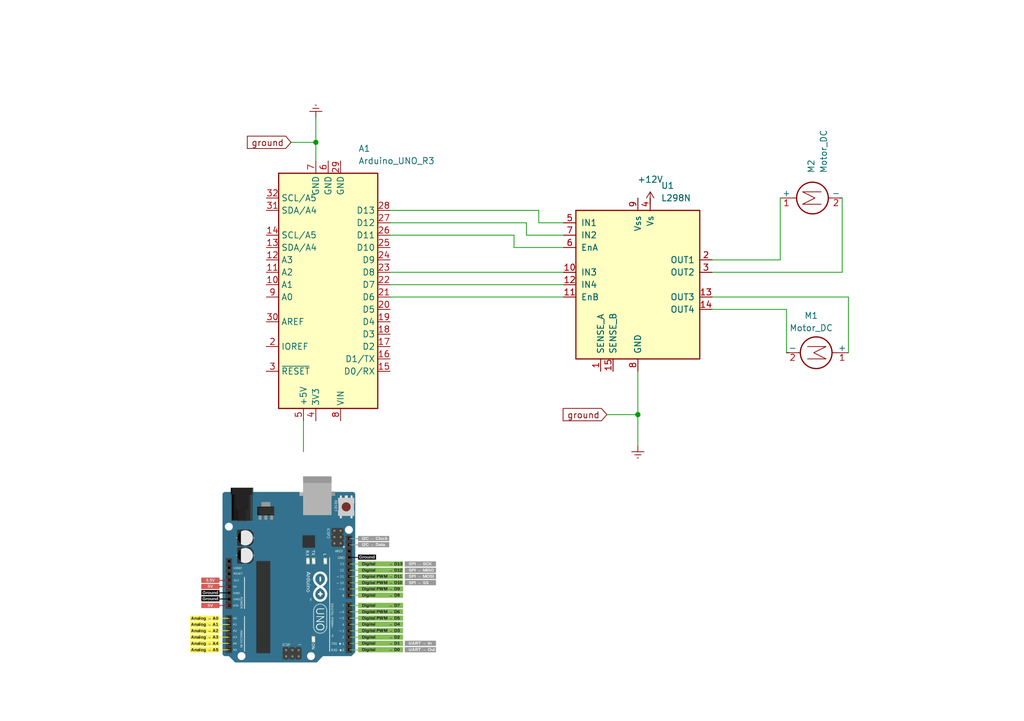
<source format=kicad_sch>
(kicad_sch (version 20230121) (generator eeschema)
  (paper "A5")
  (title_block (title "Greartisan 12V DC Motor Driver"))
  (lib_symbols
    (symbol "Driver_Motor:L298N" (pin_names (offset 1.016))
      (property "Reference" "U" (at -10.16 16.51 0))
      (property "Value" "L298N" (at 12.7 16.51 0))
      (symbol "L298N_0_1"
        (rectangle (start -12.7 15.24) (end 12.7 -15.24) (stroke (width 0.254)) (fill (type background)))
      )
      (symbol "L298N_1_1"
        (pin power_in line (at -7.62 -17.78 90) (length 2.54) (name "SENSE_A") (number "1"))
        (pin input line (at -15.24 2.54 0) (length 2.54) (name "IN3") (number "10"))
        (pin input line (at -15.24 -2.54 0) (length 2.54) (name "EnB") (number "11"))
        (pin input line (at -15.24 0 0) (length 2.54) (name "IN4") (number "12"))
        (pin output line (at 15.24 -2.54 180) (length 2.54) (name "OUT3") (number "13"))
        (pin output line (at 15.24 -5.08 180) (length 2.54) (name "OUT4") (number "14"))
        (pin power_in line (at -5.08 -17.78 90) (length 2.54) (name "SENSE_B") (number "15"))
        (pin output line (at 15.24 5.08 180) (length 2.54) (name "OUT1") (number "2"))
        (pin output line (at 15.24 2.54 180) (length 2.54) (name "OUT2") (number "3"))
        (pin power_in line (at 2.54 17.78 270) (length 2.54) (name "Vs") (number "4"))
        (pin input line (at -15.24 12.7 0) (length 2.54) (name "IN1") (number "5"))
        (pin input line (at -15.24 7.62 0) (length 2.54) (name "EnA") (number "6"))
        (pin input line (at -15.24 10.16 0) (length 2.54) (name "IN2") (number "7"))
        (pin power_in line (at 0 -17.78 90) (length 2.54) (name "GND") (number "8"))
        (pin power_in line (at 0 17.78 270) (length 2.54) (name "Vss") (number "9"))
      )
    )
    (symbol "MCU_Module:Arduino_UNO_R3"
      (property "Reference" "A" (at -10.16 23.495 0))
      (property "Value" "Arduino_UNO_R3" (at 5.08 -26.67 0))
      (symbol "Arduino_UNO_R3_0_1"
        (rectangle (start -10.16 22.86) (end 10.16 -25.4) (stroke (width 0.254)) (fill (type background)))
      )
      (symbol "Arduino_UNO_R3_1_1"
        (pin no_connect line (at -10.16 -20.32 0) (length 2.54) hide (name "NC") (number "1"))
        (pin bidirectional line (at 12.7 -2.54 180) (length 2.54) (name "A1") (number "10"))
        (pin bidirectional line (at 12.7 -5.08 180) (length 2.54) (name "A2") (number "11"))
        (pin bidirectional line (at 12.7 -7.62 180) (length 2.54) (name "A3") (number "12"))
        (pin bidirectional line (at 12.7 -10.16 180) (length 2.54) (name "SDA/A4") (number "13"))
        (pin bidirectional line (at 12.7 -12.7 180) (length 2.54) (name "SCL/A5") (number "14"))
        (pin bidirectional line (at -12.7 15.24 0) (length 2.54) (name "D0/RX") (number "15"))
        (pin bidirectional line (at -12.7 12.7 0) (length 2.54) (name "D1/TX") (number "16"))
        (pin bidirectional line (at -12.7 10.16 0) (length 2.54) (name "D2") (number "17"))
        (pin bidirectional line (at -12.7 7.62 0) (length 2.54) (name "D3") (number "18"))
        (pin bidirectional line (at -12.7 5.08 0) (length 2.54) (name "D4") (number "19"))
        (pin output line (at 12.7 10.16 180) (length 2.54) (name "IOREF") (number "2"))
        (pin bidirectional line (at -12.7 2.54 0) (length 2.54) (name "D5") (number "20"))
        (pin bidirectional line (at -12.7 0 0) (length 2.54) (name "D6") (number "21"))
        (pin bidirectional line (at -12.7 -2.54 0) (length 2.54) (name "D7") (number "22"))
        (pin bidirectional line (at -12.7 -5.08 0) (length 2.54) (name "D8") (number "23"))
        (pin bidirectional line (at -12.7 -7.62 0) (length 2.54) (name "D9") (number "24"))
        (pin bidirectional line (at -12.7 -10.16 0) (length 2.54) (name "D10") (number "25"))
        (pin bidirectional line (at -12.7 -12.7 0) (length 2.54) (name "D11") (number "26"))
        (pin bidirectional line (at -12.7 -15.24 0) (length 2.54) (name "D12") (number "27"))
        (pin bidirectional line (at -12.7 -17.78 0) (length 2.54) (name "D13") (number "28"))
        (pin power_in line (at -2.54 -27.94 90) (length 2.54) (name "GND") (number "29"))
        (pin input line (at 12.7 15.24 180) (length 2.54) (name "~{RESET}") (number "3"))
        (pin input line (at 12.7 5.08 180) (length 2.54) (name "AREF") (number "30"))
        (pin bidirectional line (at 12.7 -17.78 180) (length 2.54) (name "SDA/A4") (number "31"))
        (pin bidirectional line (at 12.7 -20.32 180) (length 2.54) (name "SCL/A5") (number "32"))
        (pin power_out line (at 2.54 25.4 270) (length 2.54) (name "3V3") (number "4"))
        (pin power_out line (at 5.08 25.4 270) (length 2.54) (name "+5V") (number "5"))
        (pin power_in line (at 0 -27.94 90) (length 2.54) (name "GND") (number "6"))
        (pin power_in line (at 2.54 -27.94 90) (length 2.54) (name "GND") (number "7"))
        (pin power_in line (at -2.54 25.4 270) (length 2.54) (name "VIN") (number "8"))
        (pin bidirectional line (at 12.7 0 180) (length 2.54) (name "A0") (number "9"))
      )
    )
    (symbol "Motor:Motor_DC" (pin_names (offset 0))
      (property "Reference" "M" (at 2.54 2.54 0))
      (property "Value" "Motor_DC" (at 2.54 -5.08 0))
      (symbol "Motor_DC_0_0"
        (polyline (pts (xy -1.27 -3.302) (xy -1.27 0.508) (xy 0 -2.032) (xy 1.27 0.508) (xy 1.27 -3.302)))
      )
      (symbol "Motor_DC_0_1"
        (circle (center 0 -1.524) (radius 3.2512) (stroke (width 0.254)))
        (polyline (pts (xy 0 -7.62) (xy 0 -7.112)))
        (polyline (pts (xy 0 -4.7752) (xy 0 -5.1816)))
        (polyline (pts (xy 0 1.7272) (xy 0 2.0828)))
        (polyline (pts (xy 0 2.032) (xy 0 2.54)))
      )
      (symbol "Motor_DC_1_1"
        (pin passive line (at 0 5.08 270) (length 2.54) (name "+") (number "1"))
        (pin passive line (at 0 -7.62 90) (length 2.54) (name "-") (number "2"))
      )
    )
    (symbol "power:+12V" (power) (pin_names (offset 0))
      (property "Value" "+12V" (at 0 3.556 0))
      (symbol "+12V_0_1"
        (polyline (pts (xy -0.762 1.27) (xy 0 2.54)))
        (polyline (pts (xy 0 0) (xy 0 2.54)))
        (polyline (pts (xy 0 2.54) (xy 0.762 1.27)))
      )
      (symbol "+12V_1_1"
        (pin power_in line (at 0 0 90) (length 0) hide (name "+12V") (number "1"))
      )
    )
    (symbol "power:Earth" (power) (pin_names (offset 0))
      (symbol "Earth_0_1"
        (polyline (pts (xy -0.635 -1.905) (xy 0.635 -1.905)))
        (polyline (pts (xy -0.127 -2.54) (xy 0.127 -2.54)))
        (polyline (pts (xy 0 -1.27) (xy 0 0)))
        (polyline (pts (xy 1.27 -1.27) (xy -1.27 -1.27)))
      )
      (symbol "Earth_1_1"
        (pin power_in line (at 0 0 270) (length 0) hide (name "Earth") (number "1"))
      )
    )
  )
  (junction (at 64.77 29.21))
  (junction (at 130.81 85.09))
  (wire (pts (xy 64.77 24.13) (xy 64.77 29.21)))
  (wire (pts (xy 110.49 45.72) (xy 115.57 45.72)))
  (wire (pts (xy 64.77 29.21) (xy 64.77 33.02)))
  (wire (pts (xy 80.01 58.42) (xy 115.57 58.42)))
  (wire (pts (xy 133.35 41.91) (xy 133.35 40.64)))
  (wire (pts (xy 105.41 50.8) (xy 115.57 50.8)))
  (wire (pts (xy 146.05 53.34) (xy 160.02 53.34)))
  (wire (pts (xy 105.41 48.26) (xy 105.41 50.8)))
  (wire (pts (xy 110.49 43.18) (xy 110.49 45.72)))
  (wire (pts (xy 107.95 45.72) (xy 107.95 48.26)))
  (wire (pts (xy 146.05 55.88) (xy 172.72 55.88)))
  (wire (pts (xy 172.72 40.64) (xy 172.72 55.88)))
  (wire (pts (xy 80.01 55.88) (xy 115.57 55.88)))
  (wire (pts (xy 124.46 85.09) (xy 130.81 85.09)))
  (wire (pts (xy 59.69 29.21) (xy 64.77 29.21)))
  (wire (pts (xy 80.01 45.72) (xy 107.95 45.72)))
  (wire (pts (xy 130.81 85.09) (xy 130.81 91.44)))
  (wire (pts (xy 107.95 48.26) (xy 115.57 48.26)))
  (wire (pts (xy 80.01 48.26) (xy 105.41 48.26)))
  (wire (pts (xy 161.29 63.5) (xy 161.29 72.39)))
  (wire (pts (xy 130.81 76.2) (xy 130.81 85.09)))
  (wire (pts (xy 80.01 43.18) (xy 110.49 43.18)))
  (wire (pts (xy 80.01 60.96) (xy 115.57 60.96)))
  (wire (pts (xy 62.23 92.71) (xy 62.23 86.36)))
  (wire (pts (xy 160.02 40.64) (xy 160.02 53.34)))
  (wire (pts (xy 173.99 60.96) (xy 173.99 72.39)))
  (wire (pts (xy 146.05 60.96) (xy 173.99 60.96)))
  (wire (pts (xy 146.05 63.5) (xy 161.29 63.5)))
  (image (at 63.5 116.84) (scale 0.449237))
  (global_label "ground" (shape input) (at 124.46 85.09 180) (property "Intersheetrefs" "${INTERSHEET_REFS}" (effects hide)))
  (global_label "ground" (shape input) (at 59.69 29.21 180) (property "Intersheetrefs" "${INTERSHEET_REFS}" (effects hide)))
  (symbol (lib_id "power:Earth") (at 64.77 24.13 180) (unit 1)
    (property "Reference" "#PWR03" (effects hide))
    (property "Value" "Earth" (effects hide))
  )
  (symbol (lib_id "Motor:Motor_DC") (at 168.91 72.39 270) (unit 1)
    (property "Reference" "M1" (at 166.37 64.77 90))
    (property "Value" "Motor_DC" (at 166.37 67.31 90))
  )
  (symbol (lib_id "power:Earth") (at 130.81 91.44 0) (unit 1)
    (property "Reference" "#PWR01" (effects hide))
    (property "Value" "Earth" (effects hide))
  )
  (symbol (lib_id "MCU_Module:Arduino_UNO_R3") (at 67.31 60.96 180) (unit 1)
    (property "Reference" "A1" (at 73.4761 30.48 0) (effects (justify right)))
    (property "Value" "Arduino_UNO_R3" (at 73.4761 33.02 0) (effects (justify right)))
    (property "Footprint" "Module:Arduino_UNO_R3" (effects hide))
    (property "Datasheet" "https://www.arduino.cc/en/Main/arduinoBoardUno" (effects hide))
  )
  (symbol (lib_id "power:+12V") (at 133.35 41.91 0) (unit 1)
    (property "Reference" "#PWR02" (effects hide))
    (property "Value" "+12V" (at 133.35 36.83 0))
  )
  (symbol (lib_id "Motor:Motor_DC") (at 165.1 40.64 90) (unit 1)
    (property "Reference" "M2" (at 166.37 35.56 0) (effects (justify left)))
    (property "Value" "Motor_DC" (at 168.91 35.56 0) (effects (justify left)))
  )
  (symbol (lib_id "Driver_Motor:L298N") (at 130.81 58.42 0) (unit 1)
    (property "Reference" "U1" (at 135.5441 38.1 0) (effects (justify left)))
    (property "Value" "L298N" (at 135.5441 40.64 0) (effects (justify left)))
    (property "Footprint" "Package_TO_SOT_THT:TO-220-15_P2.54x2.54mm_StaggerOdd_Lead4.58mm_Vertical" (effects hide))
    (property "Datasheet" "http://www.st.com/st-web-ui/static/active/en/resource/technical/document/datasheet/CD00000240.pdf" (effects hide))
  )
)
</source>
